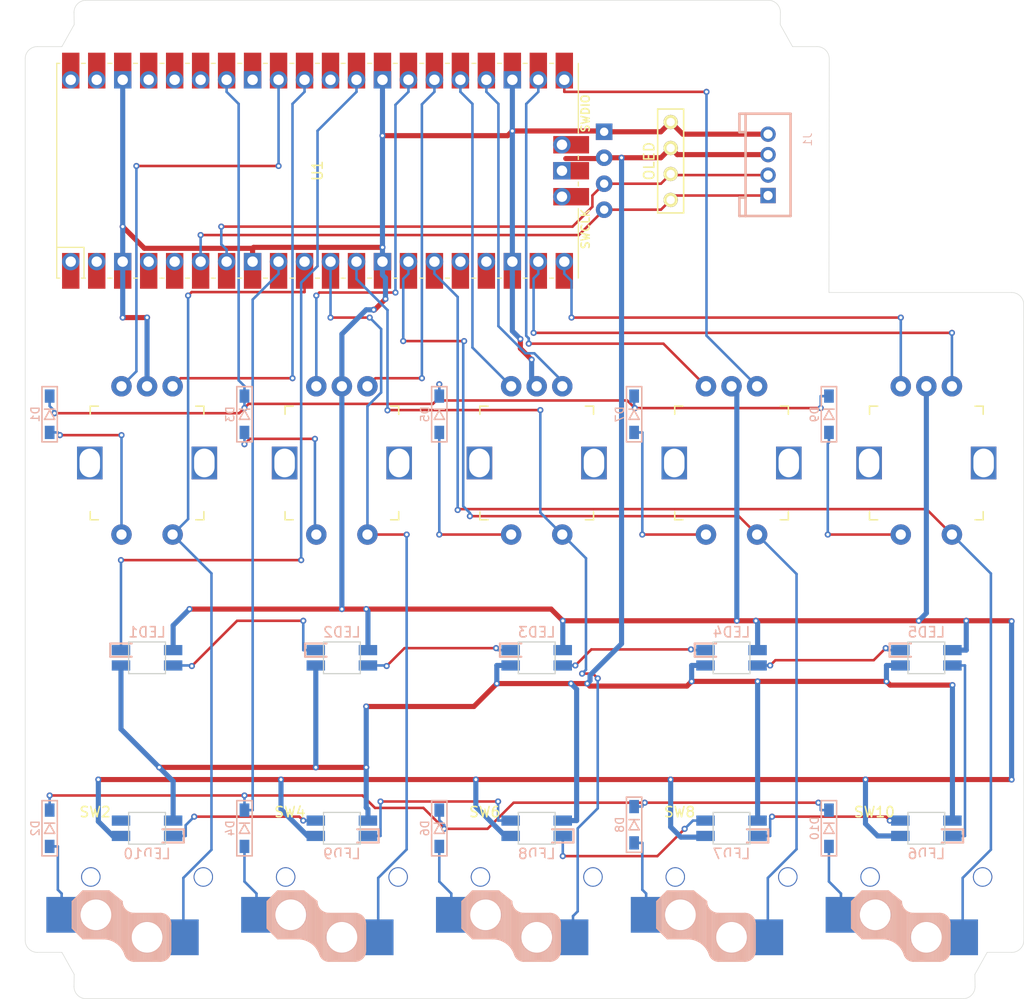
<source format=kicad_pcb>
(kicad_pcb (version 20240108) (generator "pcbnew") (generator_version "8.0")
  (layers (0 "F.Cu" signal) (31 "B.Cu" signal) (34 "B.Paste" user) (35 "F.Paste" user) (36 "B.SilkS" user "B.Silkscreen") (37 "F.SilkS" user "F.Silkscreen") (38 "B.Mask" user) (39 "F.Mask" user) (44 "Edge.Cuts" user))
  (net 0 "")
  (net 1 "Net-(D1-A)")
  (net 2 "Row0")
  (net 3 "Net-(D2-A)")
  (net 4 "Row1")
  (net 6 "Net-(D3-A)")
  (net 7 "Net-(D4-A)")
  (net 8 "Net-(D5-A)")
  (net 9 "Net-(D6-A)")
  (net 10 "Net-(D7-A)")
  (net 11 "Net-(D8-A)")
  (net 12 "Net-(D9-A)")
  (net 13 "SCL")
  (net 14 "GND")
  (net 15 "SDA")
  (net 16 "VCC")
  (net 17 "Col0")
  (net 18 "Col1")
  (net 19 "Col2")
  (net 20 "Col3")
  (net 23 "LED")
  (net 24 "Col4")
  (net 43 "Net-(LED1-DOUT)")
  (net 46 "RE1_B")
  (net 47 "RE1_A")
  (net 48 "RE2_A")
  (net 49 "RE2_B")
  (net 50 "RE3_A")
  (net 51 "RE3_B")
  (net 52 "RE4_A")
  (net 53 "RE4_B")
  (net 54 "RE5_A")
  (net 55 "RE5_B")
  (net 56 "Net-(D10-A)")
  (net 57 "Net-(LED2-DOUT)")
  (net 58 "Net-(LED3-DOUT)")
  (net 59 "Net-(LED4-DOUT)")
  (net 60 "Net-(LED5-DOUT)")
  (net 61 "Net-(LED6-DOUT)")
  (net 62 "Net-(LED7-DOUT)")
  (net 63 "Net-(LED8-DOUT)")
  (net 64 "Net-(LED10-DIN)")
  (footprint "kbd_SW:Choc_Hotswap_1u" (layer "F.Cu") (at 73.8188 102.3937)
    (property "Reference" "SW4")
    (property "Value" "SW_Push" (hide yes))
  )
  (footprint "kbd_Parts:Diode_SMD" (layer "F.Cu") (at 102.3938 97.2849 -90)
    (property "Reference" "D8")
    (property "Value" "D" (hide yes))
  )
  (footprint "kbd_SW:Choc_Hotswap_1u" (layer "F.Cu") (at 92.8688 102.3937)
    (property "Reference" "SW6")
    (property "Value" "SW_Push" (hide yes))
  )
  (footprint "kbd_SW:Choc_Hotswap_1u" (layer "F.Cu") (at 130.9688 102.3937)
    (property "Reference" "SW10")
    (property "Value" "SW_Push" (hide yes))
  )
  (footprint "kbd_Parts:RotaryEncoder_EC12E" (layer "F.Cu") (at 92.8688 61.9125 -90)
    (property "Reference" "SW5")
    (property "Value" "RotaryEncoder_Switch")
  )
  (footprint "kbd_Parts:RotaryEncoder_EC12E" (layer "F.Cu") (at 73.8188 61.9125 -90)
    (property "Reference" "SW3")
    (property "Value" "RotaryEncoder_Switch")
  )
  (footprint "kbd_Parts:Diode_SMD" (layer "F.Cu") (at 64.2938 97.6312 -90)
    (property "Reference" "D4")
    (property "Value" "D" (hide yes))
  )
  (footprint "kbd_Parts:Diode_SMD" (layer "F.Cu") (at 83.3438 97.6312 -90)
    (property "Reference" "D6")
    (property "Value" "D" (hide yes))
  )
  (footprint "kbd_SW:Choc_Hotswap_1u" (layer "F.Cu") (at 54.7688 102.3937)
    (property "Reference" "SW2")
    (property "Value" "SW_Push" (hide yes))
  )
  (footprint "kbd_Parts:OLED" (layer "F.Cu") (at 105.9656 36.195 90)
    (property "Reference" "OL2")
    (property "Value" "OLED" (hide yes))
  )
  (footprint "kbd_SW:Choc_Hotswap_1u" (layer "F.Cu") (at 111.9188 102.3937)
    (property "Reference" "SW8")
    (property "Value" "SW_Push" (hide yes))
  )
  (footprint "kbd_Parts:Diode_SMD" (layer "F.Cu") (at 121.4438 97.6312 -90)
    (property "Reference" "D10")
    (property "Value" "D" (hide yes))
  )
  (footprint "RPi_Pico:RPi_Pico_SMD_TH" (layer "F.Cu") (at 71.4375 33.3375 90)
    (property "Reference" "U1")
    (property "Value" "Pico")
  )
  (footprint "BrownSugar_KBD:OLED_center_display" (layer "F.Cu") (at 80.9625 33.3375 90)
    (property "Reference" "OL1")
    (property "Value" "OLED" (hide yes))
  )
  (footprint "kbd_Parts:RotaryEncoder_EC12E" (layer "F.Cu") (at 130.9688 61.9125 -90)
    (property "Reference" "SW9")
    (property "Value" "RotaryEncoder_Switch")
  )
  (footprint "kbd_Parts:Diode_SMD" (layer "F.Cu") (at 121.4438 57.15 -90)
    (property "Reference" "D9")
    (property "Value" "D" (hide yes))
  )
  (footprint "kbd_Parts:Diode_SMD" (layer "F.Cu") (at 64.2938 57.15 -90)
    (property "Reference" "D3")
    (property "Value" "D" (hide yes))
  )
  (footprint "kbd_Parts:Diode_SMD" (layer "F.Cu") (at 45.2438 97.6312 -90)
    (property "Reference" "D2")
    (property "Value" "D" (hide yes))
  )
  (footprint "kbd_Parts:Diode_SMD" (layer "F.Cu") (at 102.3938 57.15 -90)
    (property "Reference" "D7")
    (property "Value" "D" (hide yes))
  )
  (footprint "kbd_Parts:Diode_SMD" (layer "F.Cu") (at 45.2438 57.15 -90)
    (property "Reference" "D1")
    (property "Value" "D" (hide yes))
  )
  (footprint "kbd_Parts:Diode_SMD" (layer "F.Cu") (at 83.3438 57.15 -90)
    (property "Reference" "D5")
    (property "Value" "D" (hide yes))
  )
  (footprint "kbd_Parts:RotaryEncoder_EC12E" (layer "F.Cu") (at 54.7688 61.9125 -90)
    (property "Reference" "SW1")
    (property "Value" "RotaryEncoder_Switch")
  )
  (footprint "kbd_Parts:RotaryEncoder_EC12E" (layer "F.Cu") (at 111.9188 61.9125 -90)
    (property "Reference" "SW7")
    (property "Value" "RotaryEncoder_Switch")
  )
  (footprint "BrownSugar_KBD:RGBLED_SK6812MINI-E" (layer "B.Cu") (at 111.9188 97.6312)
    (property "Reference" "LED7")
    (property "Value" "LED_SK6812MINI-E" (hide yes))
    (fp_line (start -1.8 -1.55) (end -1.8 1.55) (stroke (width 0.12)) (layer "Edge.Cuts"))
    (fp_line (start -1.8 1.55) (end 1.8 1.55) (stroke (width 0.12)) (layer "Edge.Cuts"))
    (fp_line (start 1.8 -1.55) (end -1.8 -1.55) (stroke (width 0.12)) (layer "Edge.Cuts"))
    (fp_line (start 1.8 1.55) (end 1.8 -1.55) (stroke (width 0.12)) (layer "Edge.Cuts"))
  )
  (footprint "BrownSugar_KBD:RGBLED_SK6812MINI-E" (layer "B.Cu") (at 92.8688 97.6312)
    (property "Reference" "LED8")
    (property "Value" "LED_SK6812MINI-E" (hide yes))
    (fp_line (start -1.8 -1.55) (end -1.8 1.55) (stroke (width 0.12)) (layer "Edge.Cuts"))
    (fp_line (start -1.8 1.55) (end 1.8 1.55) (stroke (width 0.12)) (layer "Edge.Cuts"))
    (fp_line (start 1.8 -1.55) (end -1.8 -1.55) (stroke (width 0.12)) (layer "Edge.Cuts"))
    (fp_line (start 1.8 1.55) (end 1.8 -1.55) (stroke (width 0.12)) (layer "Edge.Cuts"))
  )
  (footprint "BrownSugar_KBD:RGBLED_SK6812MINI-E" (layer "B.Cu") (at 54.7688 80.9626 180)
    (property "Reference" "LED1")
    (property "Value" "LED_SK6812MINI-E" (hide yes))
    (fp_line (start 1.8 1.55) (end 1.8 -1.55) (stroke (width 0.12)) (layer "Edge.Cuts"))
    (fp_line (start 1.8 -1.55) (end -1.8 -1.55) (stroke (width 0.12)) (layer "Edge.Cuts"))
    (fp_line (start -1.8 1.55) (end 1.8 1.55) (stroke (width 0.12)) (layer "Edge.Cuts"))
    (fp_line (start -1.8 -1.55) (end -1.8 1.55) (stroke (width 0.12)) (layer "Edge.Cuts"))
  )
  (footprint "BrownSugar_KBD:RGBLED_SK6812MINI-E" (layer "B.Cu") (at 130.9688 80.9625 180)
    (property "Reference" "LED5")
    (property "Value" "LED_SK6812MINI-E" (hide yes))
    (fp_line (start 1.8 1.55) (end 1.8 -1.55) (stroke (width 0.12)) (layer "Edge.Cuts"))
    (fp_line (start 1.8 -1.55) (end -1.8 -1.55) (stroke (width 0.12)) (layer "Edge.Cuts"))
    (fp_line (start -1.8 1.55) (end 1.8 1.55) (stroke (width 0.12)) (layer "Edge.Cuts"))
    (fp_line (start -1.8 -1.55) (end -1.8 1.55) (stroke (width 0.12)) (layer "Edge.Cuts"))
  )
  (footprint "BrownSugar_KBD:RGBLED_SK6812MINI-E" (layer "B.Cu") (at 92.8688 80.9625 180)
    (property "Reference" "LED3")
    (property "Value" "LED_SK6812MINI-E" (hide yes))
    (fp_line (start 1.8 1.55) (end 1.8 -1.55) (stroke (width 0.12)) (layer "Edge.Cuts"))
    (fp_line (start 1.8 -1.55) (end -1.8 -1.55) (stroke (width 0.12)) (layer "Edge.Cuts"))
    (fp_line (start -1.8 1.55) (end 1.8 1.55) (stroke (width 0.12)) (layer "Edge.Cuts"))
    (fp_line (start -1.8 -1.55) (end -1.8 1.55) (stroke (width 0.12)) (layer "Edge.Cuts"))
  )
  (footprint "BrownSugar_KBD:RGBLED_SK6812MINI-E" (layer "B.Cu") (at 130.9688 97.6312)
    (property "Reference" "LED6")
    (property "Value" "LED_SK6812MINI-E" (hide yes))
    (fp_line (start -1.8 -1.55) (end -1.8 1.55) (stroke (width 0.12)) (layer "Edge.Cuts"))
    (fp_line (start -1.8 1.55) (end 1.8 1.55) (stroke (width 0.12)) (layer "Edge.Cuts"))
    (fp_line (start 1.8 -1.55) (end -1.8 -1.55) (stroke (width 0.12)) (layer "Edge.Cuts"))
    (fp_line (start 1.8 1.55) (end 1.8 -1.55) (stroke (width 0.12)) (layer "Edge.Cuts"))
  )
  (footprint "BrownSugar_KBD:RGBLED_SK6812MINI-E" (layer "B.Cu") (at 73.8188 97.6312)
    (property "Reference" "LED9")
    (property "Value" "LED_SK6812MINI-E" (hide yes))
    (fp_line (start -1.8 -1.55) (end -1.8 1.55) (stroke (width 0.12)) (layer "Edge.Cuts"))
    (fp_line (start -1.8 1.55) (end 1.8 1.55) (stroke (width 0.12)) (layer "Edge.Cuts"))
    (fp_line (start 1.8 -1.55) (end -1.8 -1.55) (stroke (width 0.12)) (layer "Edge.Cuts"))
    (fp_line (start 1.8 1.55) (end 1.8 -1.55) (stroke (width 0.12)) (layer "Edge.Cuts"))
  )
  (footprint "OPL_Connector:GROVE-HW4-2.0" (layer "B.Cu") (at 115.4906 32.7625 90)
    (property "Reference" "J1")
    (property "Value" "GROVE-CONNECTOR-DIP_4P-2.0_")
  )
  (footprint "BrownSugar_KBD:RGBLED_SK6812MINI-E" (layer "B.Cu") (at 73.8188 80.9626 180)
    (property "Reference" "LED2")
    (property "Value" "LED_SK6812MINI-E" (hide yes))
    (fp_line (start 1.8 1.55) (end 1.8 -1.55) (stroke (width 0.12)) (layer "Edge.Cuts"))
    (fp_line (start 1.8 -1.55) (end -1.8 -1.55) (stroke (width 0.12)) (layer "Edge.Cuts"))
    (fp_line (start -1.8 1.55) (end 1.8 1.55) (stroke (width 0.12)) (layer "Edge.Cuts"))
    (fp_line (start -1.8 -1.55) (end -1.8 1.55) (stroke (width 0.12)) (layer "Edge.Cuts"))
  )
  (footprint "BrownSugar_KBD:RGBLED_SK6812MINI-E" (layer "B.Cu") (at 54.7688 97.6312)
    (property "Reference" "LED10")
    (property "Value" "LED_SK6812MINI-E" (hide yes))
    (fp_line (start -1.8 -1.55) (end -1.8 1.55) (stroke (width 0.12)) (layer "Edge.Cuts"))
    (fp_line (start -1.8 1.55) (end 1.8 1.55) (stroke (width 0.12)) (layer "Edge.Cuts"))
    (fp_line (start 1.8 -1.55) (end -1.8 -1.55) (stroke (width 0.12)) (layer "Edge.Cuts"))
    (fp_line (start 1.8 1.55) (end 1.8 -1.55) (stroke (width 0.12)) (layer "Edge.Cuts"))
  )
  (footprint "BrownSugar_KBD:RGBLED_SK6812MINI-E" (layer "B.Cu") (at 111.9188 80.9625 180)
    (property "Reference" "LED4")
    (property "Value" "LED_SK6812MINI-E" (hide yes))
    (fp_line (start 1.8 1.55) (end 1.8 -1.55) (stroke (width 0.12)) (layer "Edge.Cuts"))
    (fp_line (start 1.8 -1.55) (end -1.8 -1.55) (stroke (width 0.12)) (layer "Edge.Cuts"))
    (fp_line (start -1.8 1.55) (end 1.8 1.55) (stroke (width 0.12)) (layer "Edge.Cuts"))
    (fp_line (start -1.8 -1.55) (end -1.8 1.55) (stroke (width 0.12)) (layer "Edge.Cuts"))
  )
  (gr_arc (start 135.73125 113.109375) (mid 135.382524 113.951274) (end 134.540625 114.3) (stroke (width 0.05)) (layer "Edge.Cuts"))
  (gr_line (start 42.853125 22.390625) (end 42.853125 108.578125) (stroke (width 0.05)) (layer "Edge.Cuts"))
  (gr_line (start 116.7 17.859375) (end 116.68125 19.05) (stroke (width 0.05)) (layer "Edge.Cuts"))
  (gr_line (start 44.04375 21.2) (end 46.44375 21.2) (stroke (width 0.05)) (layer "Edge.Cuts"))
  (gr_arc (start 140.503125 108.578125) (mid 140.154399 109.420024) (end 139.3125 109.76875) (stroke (width 0.05)) (layer "Edge.Cuts"))
  (gr_line (start 135.73125 113.109375) (end 135.7125 111.91875) (stroke (width 0.05)) (layer "Edge.Cuts"))
  (gr_line (start 140.4938 46.434325) (end 140.503125 108.578125) (stroke (width 0.05)) (layer "Edge.Cuts"))
  (gr_line (start 44.04375 109.76875) (end 46.44375 109.76875) (stroke (width 0.05)) (layer "Edge.Cuts"))
  (gr_line (start 47.64375 19.05) (end 47.625 17.859375) (stroke (width 0.05)) (layer "Edge.Cuts"))
  (gr_line (start 136.9125 109.76875) (end 139.3125 109.76875) (stroke (width 0.05)) (layer "Edge.Cuts"))
  (gr_arc (start 48.815625 114.3) (mid 47.973726 113.951274) (end 47.625 113.109375) (stroke (width 0.05)) (layer "Edge.Cuts"))
  (gr_line (start 121.471875 22.390625) (end 121.44375 45.24375) (stroke (width 0.05)) (layer "Edge.Cuts"))
  (gr_arc (start 139.303175 45.2437) (mid 140.145059 45.592441) (end 140.4938 46.434325) (stroke (width 0.05)) (layer "Edge.Cuts"))
  (gr_line (start 47.64375 111.91875) (end 47.625 113.109375) (stroke (width 0.05)) (layer "Edge.Cuts"))
  (gr_line (start 115.509375 16.66875) (end 48.815625 16.66875) (stroke (width 0.05)) (layer "Edge.Cuts"))
  (gr_line (start 117.88125 21.2) (end 120.28125 21.2) (stroke (width 0.05)) (layer "Edge.Cuts"))
  (gr_arc (start 47.625 17.859375) (mid 47.973726 17.017476) (end 48.815625 16.66875) (stroke (width 0.05)) (layer "Edge.Cuts"))
  (gr_line (start 48.815625 114.3) (end 134.540625 114.3) (stroke (width 0.05)) (layer "Edge.Cuts"))
  (gr_arc (start 44.04375 109.76875) (mid 43.201851 109.420024) (end 42.853125 108.578125) (stroke (width 0.05)) (layer "Edge.Cuts"))
  (gr_arc (start 115.509375 16.66875) (mid 116.351267 17.017483) (end 116.7 17.859375) (stroke (width 0.05)) (layer "Edge.Cuts"))
  (gr_arc (start 120.28125 21.2) (mid 121.12314 21.548728) (end 121.471875 22.390625) (stroke (width 0.05)) (layer "Edge.Cuts"))
  (gr_line (start 46.44375 21.2) (end 47.64375 19.05) (stroke (width 0.05)) (layer "Edge.Cuts"))
  (gr_line (start 121.44375 45.24375) (end 139.30315 45.243775) (stroke (width 0.05)) (layer "Edge.Cuts"))
  (gr_line (start 135.7125 111.91875) (end 136.9125 109.76875) (stroke (width 0.05)) (layer "Edge.Cuts"))
  (gr_line (start 116.68125 19.05) (end 117.88125 21.2) (stroke (width 0.05)) (layer "Edge.Cuts"))
  (gr_line (start 46.44375 109.76875) (end 47.64375 111.91875) (stroke (width 0.05)) (layer "Edge.Cuts"))
  (gr_arc (start 42.853125 22.390625) (mid 43.201851 21.548726) (end 44.04375 21.2) (stroke (width 0.05)) (layer "Edge.Cuts"))
  (segment (start 46.2506 59.1925) (end 52.2688 59.1925) (width 0.25) (layer "F.Cu") (net 1))
  (via (at 52.2688 59.1925) (size 0.6) (drill 0.3) (layers "F.Cu" "B.Cu") (net 1))
  (via (at 46.2506 59.1925) (size 0.6) (drill 0.3) (layers "F.Cu" "B.Cu") (net 1))
  (segment (start 46.0455 58.9874) (end 46.0455 58.925) (width 0.25) (layer "B.Cu") (net 1))
  (segment (start 52.2688 68.9125) (end 52.2688 59.1925) (width 0.25) (layer "B.Cu") (net 1))
  (segment (start 46.2506 59.1925) (end 46.0455 58.9874) (width 0.25) (layer "B.Cu") (net 1))
  (segment (start 45.2438 58.925) (end 46.0455 58.925) (width 0.25) (layer "B.Cu") (net 1))
  (segment (start 83.3438 55.5125) (end 83.6336 55.8023) (width 0.25) (layer "F.Cu") (net 2))
  (segment (start 83.3438 55.5125) (end 83.3438 54.2171) (width 0.25) (layer "F.Cu") (net 2))
  (segment (start 63.7841 57.0488) (end 64.2938 56.5391) (width 0.25) (layer "F.Cu") (net 2))
  (segment (start 83.3438 55.5125) (end 82.7209 56.1354) (width 0.25) (layer "F.Cu") (net 2))
  (segment (start 102.463 56.5474) (end 120.6421 56.5474) (width 0.25) (layer "F.Cu") (net 2))
  (segment (start 64.6975 56.1354) (end 64.2938 56.5391) (width 0.25) (layer "F.Cu") (net 2))
  (segment (start 45.7186 57.0488) (end 63.7841 57.0488) (width 0.25) (layer "F.Cu") (net 2))
  (segment (start 83.6336 55.8023) (end 101.7179 55.8023) (width 0.25) (layer "F.Cu") (net 2))
  (segment (start 82.7209 56.1354) (end 64.6975 56.1354) (width 0.25) (layer "F.Cu") (net 2))
  (segment (start 101.7179 55.8023) (end 102.463 56.5474) (width 0.25) (layer "F.Cu") (net 2))
  (via (at 120.6421 56.5474) (size 0.6) (drill 0.3) (layers "F.Cu" "B.Cu") (net 2))
  (via (at 83.3438 54.2171) (size 0.6) (drill 0.3) (layers "F.Cu" "B.Cu") (net 2))
  (via (at 102.463 56.5474) (size 0.6) (drill 0.3) (layers "F.Cu" "B.Cu") (net 2))
  (via (at 64.2938 56.5391) (size 0.6) (drill 0.3) (layers "F.Cu" "B.Cu") (net 2))
  (via (at 45.7186 57.0488) (size 0.6) (drill 0.3) (layers "F.Cu" "B.Cu") (net 2))
  (segment (start 62.5475 25.6242) (end 63.7242 26.8009) (width 0.25) (layer "B.Cu") (net 2))
  (segment (start 102.463 56.4209) (end 102.463 56.5474) (width 0.25) (layer "B.Cu") (net 2))
  (segment (start 62.5475 24.4475) (end 62.5475 25.6242) (width 0.25) (layer "B.Cu") (net 2))
  (segment (start 83.3438 54.3983) (end 83.3438 54.2171) (width 0.25) (layer "B.Cu") (net 2))
  (segment (start 45.7186 56.8265) (end 45.7186 57.0488) (width 0.25) (layer "B.Cu") (net 2))
  (segment (start 120.6421 55.375) (end 120.6421 56.5474) (width 0.25) (layer "B.Cu") (net 2))
  (segment (start 64.2938 55.375) (end 64.2938 54.3983) (width 0.25) (layer "B.Cu") (net 2))
  (segment (start 102.3938 55.375) (end 102.3938 56.3517) (width 0.25) (layer "B.Cu") (net 2))
  (segment (start 45.2438 55.375) (end 45.2438 56.3517) (width 0.25) (layer "B.Cu") (net 2))
  (segment (start 121.4438 55.375) (end 120.6421 55.375) (width 0.25) (layer "B.Cu") (net 2))
  (segment (start 64.2938 56.5391) (end 64.2938 55.375) (width 0.25) (layer "B.Cu") (net 2))
  (segment (start 83.3438 55.375) (end 83.3438 54.3983) (width 0.25) (layer "B.Cu") (net 2))
  (segment (start 45.2438 56.3517) (end 45.7186 56.8265) (width 0.25) (layer "B.Cu") (net 2))
  (segment (start 102.3938 56.3517) (end 102.463 56.4209) (width 0.25) (layer "B.Cu") (net 2))
  (segment (start 63.7242 26.8009) (end 63.7242 53.8287) (width 0.25) (layer "B.Cu") (net 2))
  (segment (start 63.7242 53.8287) (end 64.2938 54.3983) (width 0.25) (layer "B.Cu") (net 2))
  (segment (start 46.0455 99.4062) (end 46.0455 103.6437) (width 0.25) (layer "B.Cu") (net 3))
  (segment (start 46.0455 103.6437) (end 46.4188 104.017) (width 0.25) (layer "B.Cu") (net 3))
  (segment (start 45.2438 99.4062) (end 46.0455 99.4062) (width 0.25) (layer "B.Cu") (net 3))
  (segment (start 46.4188 106.0937) (end 46.4188 104.017) (width 0.25) (layer "B.Cu") (net 3))
  (segment (start 103.4329 95.1301) (end 120.4086 95.1301) (width 0.25) (layer "F.Cu") (net 4))
  (segment (start 64.2938 94.427) (end 75.8378 94.427) (width 0.25) (layer "F.Cu") (net 4))
  (segment (start 75.8378 94.427) (end 77.0542 95.6434) (width 0.25) (layer "F.Cu") (net 4))
  (segment (start 81.7899 95.6434) (end 83.8308 97.6843) (width 0.25) (layer "F.Cu") (net 4))
  (segment (start 88.0608 97.6843) (end 90.615 95.1301) (width 0.25) (layer "F.Cu") (net 4))
  (segment (start 45.2438 94.427) (end 64.2938 94.427) (width 0.25) (layer "F.Cu") (net 4))
  (segment (start 77.0542 95.6434) (end 81.7899 95.6434) (width 0.25) (layer "F.Cu") (net 4))
  (segment (start 90.615 95.1301) (end 103.4329 95.1301) (width 0.25) (layer "F.Cu") (net 4))
  (segment (start 83.8308 97.6843) (end 88.0608 97.6843) (width 0.25) (layer "F.Cu") (net 4))
  (via (at 64.2938 94.427) (size 0.6) (drill 0.3) (layers "F.Cu" "B.Cu") (net 4))
  (via (at 103.4329 95.1301) (size 0.6) (drill 0.3) (layers "F.Cu" "B.Cu") (net 4))
  (via (at 83.8308 97.6843) (size 0.6) (drill 0.3) (layers "F.Cu" "B.Cu") (net 4))
  (via (at 45.2438 94.427) (size 0.6) (drill 0.3) (layers "F.Cu" "B.Cu") (net 4))
  (via (at 120.4086 95.1301) (size 0.6) (drill 0.3) (layers "F.Cu" "B.Cu") (net 4))
  (segment (start 64.2938 95.8562) (end 65.0955 95.8562) (width 0.25) (layer "B.Cu") (net 4))
  (segment (start 64.2938 95.8562) (end 64.2938 94.427) (width 0.25) (layer "B.Cu") (net 4))
  (segment (start 83.3438 95.8562) (end 83.3438 96.8329) (width 0.25) (layer "B.Cu") (net 4))
  (segment (start 83.8308 97.3199) (end 83.8308 97.6843) (width 0.25) (layer "B.Cu") (net 4))
  (segment (start 120.6421 95.3636) (end 120.4086 95.1301) (width 0.25) (layer "B.Cu") (net 4))
  (segment (start 45.2438 95.8562) (end 45.2438 94.427) (width 0.25) (layer "B.Cu") (net 4))
  (segment (start 121.4438 95.8562) (end 120.6421 95.8562) (width 0.25) (layer "B.Cu") (net 4))
  (segment (start 103.4329 95.1301) (end 103.1955 95.3675) (width 0.25) (layer "B.Cu") (net 4))
  (segment (start 83.3438 96.8329) (end 83.8308 97.3199) (width 0.25) (layer "B.Cu") (net 4))
  (segment (start 103.1955 95.3675) (end 103.1955 95.5099) (width 0.25) (layer "B.Cu") (net 4))
  (segment (start 67.6275 42.2275) (end 67.6275 43.4042) (width 0.25) (layer "B.Cu") (net 4))
  (segment (start 102.3938 95.5099) (end 103.1955 95.5099) (width 0.25) (layer "B.Cu") (net 4))
  (segment (start 120.6421 95.8562) (end 120.6421 95.3636) (width 0.25) (layer "B.Cu") (net 4))
  (segment (start 67.6275 43.4042) (end 65.0955 45.9362) (width 0.25) (layer "B.Cu") (net 4))
  (segment (start 65.0955 45.9362) (end 65.0955 95.8562) (width 0.25) (layer "B.Cu") (net 4))
  (segment (start 71.1834 59.5549) (end 64.8172 59.5549) (width 0.25) (layer "F.Cu") (net 6))
  (segment (start 64.8172 59.5549) (end 64.2938 60.0783) (width 0.25) (layer "F.Cu") (net 6))
  (via (at 64.2938 60.0783) (size 0.6) (drill 0.3) (layers "F.Cu" "B.Cu") (net 6))
  (via (at 71.1834 59.5549) (size 0.6) (drill 0.3) (layers "F.Cu" "B.Cu") (net 6))
  (segment (start 64.2938 60.0783) (end 64.2938 58.925) (width 0.25) (layer "B.Cu") (net 6))
  (segment (start 71.3188 68.9125) (end 71.1834 68.7771) (width 0.25) (layer "B.Cu") (net 6))
  (segment (start 71.1834 68.7771) (end 71.1834 59.5549) (width 0.25) (layer "B.Cu") (net 6))
  (segment (start 64.2938 99.4062) (end 64.2938 102.842) (width 0.25) (layer "B.Cu") (net 7))
  (segment (start 65.4688 106.0937) (end 65.4688 104.017) (width 0.25) (layer "B.Cu") (net 7))
  (segment (start 64.2938 102.842) (end 65.4688 104.017) (width 0.25) (layer "B.Cu") (net 7))
  (segment (start 90.3688 68.9125) (end 83.3438 68.9125) (width 0.25) (layer "F.Cu") (net 8))
  (via (at 83.3438 68.9125) (size 0.6) (drill 0.3) (layers "F.Cu" "B.Cu") (net 8))
  (segment (start 83.3438 58.925) (end 83.3438 68.9125) (width 0.25) (layer "B.Cu") (net 8))
  (segment (start 83.3438 99.4062) (end 83.3438 102.842) (width 0.25) (layer "B.Cu") (net 9))
  (segment (start 83.3438 102.842) (end 84.5188 104.017) (width 0.25) (layer "B.Cu") (net 9))
  (segment (start 84.5188 106.0937) (end 84.5188 104.017) (width 0.25) (layer "B.Cu") (net 9))
  (segment (start 109.4188 68.9125) (end 103.1955 68.9125) (width 0.25) (layer "F.Cu") (net 10))
  (via (at 103.1955 68.9125) (size 0.6) (drill 0.3) (layers "F.Cu" "B.Cu") (net 10))
  (segment (start 103.1955 58.925) (end 103.1955 68.9125) (width 0.25) (layer "B.Cu") (net 10))
  (segment (start 102.3938 58.925) (end 103.1955 58.925) (width 0.25) (layer "B.Cu") (net 10))
  (segment (start 102.3938 99.0599) (end 103.1955 99.0599) (width 0.25) (layer "B.Cu") (net 11))
  (segment (start 103.1955 103.6437) (end 103.5688 104.017) (width 0.25) (layer "B.Cu") (net 11))
  (segment (start 103.1955 99.0599) (end 103.1955 103.6437) (width 0.25) (layer "B.Cu") (net 11))
  (segment (start 103.5688 106.0937) (end 103.5688 104.017) (width 0.25) (layer "B.Cu") (net 11))
  (segment (start 128.4688 68.9125) (end 121.3309 68.9125) (width 0.25) (layer "F.Cu") (net 12))
  (via (at 121.3309 68.9125) (size 0.6) (drill 0.3) (layers "F.Cu" "B.Cu") (net 12))
  (segment (start 121.4438 59.9017) (end 121.3309 60.0146) (width 0.25) (layer "B.Cu") (net 12))
  (segment (start 121.3309 60.0146) (end 121.3309 68.9125) (width 0.25) (layer "B.Cu") (net 12))
  (segment (start 121.4438 58.925) (end 121.4438 59.9017) (width 0.25) (layer "B.Cu") (net 12))
  (segment (start 96.3744 38.8027) (end 62.0269 38.8027) (width 0.25) (layer "F.Cu") (net 13))
  (segment (start 98.3142 36.8629) (end 96.3744 38.8027) (width 0.25) (layer "F.Cu") (net 13))
  (segment (start 106.0731 33.7625) (end 105.9656 33.655) (width 0.25) (layer "F.Cu") (net 13))
  (segment (start 115.4906 33.7625) (end 106.0731 33.7625) (width 0.25) (layer "F.Cu") (net 13))
  (segment (start 105.0131 34.6075) (end 105.9656 33.655) (width 0.25) (layer "F.Cu") (net 13))
  (segment (start 99.4625 34.6075) (end 98.3142 35.7558) (width 0.25) (layer "F.Cu") (net 13))
  (segment (start 98.3142 35.7558) (end 98.3142 36.8629) (width 0.25) (layer "F.Cu") (net 13))
  (segment (start 99.4625 34.6075) (end 105.0131 34.6075) (width 0.25) (layer "F.Cu") (net 13))
  (via (at 62.0269 38.8027) (size 0.6) (drill 0.3) (layers "F.Cu" "B.Cu") (net 13))
  (segment (start 62.0269 40.5302) (end 62.0269 38.8027) (width 0.25) (layer "B.Cu") (net 13))
  (segment (start 62.5475 42.2275) (end 62.5475 41.0508) (width 0.25) (layer "B.Cu") (net 13))
  (segment (start 62.5475 41.0508) (end 62.0269 40.5302) (width 0.25) (layer "B.Cu") (net 13))
  (segment (start 65.1836 40.8312) (end 77.7875 40.8312) (width 0.5) (layer "F.Cu") (net 14))
  (segment (start 115.4906 29.7625) (end 107.1531 29.7625) (width 0.5) (layer "F.Cu") (net 14))
  (segment (start 77.7875 29.9089) (end 90.028 29.9089) (width 0.5) (layer "F.Cu") (net 14))
  (segment (start 91.2707 50.7116) (end 91.2707 49.7932) (width 0.5) (layer "F.Cu") (net 14))
  (segment (start 65.0875 40.9258) (end 54.5106 40.9258) (width 0.5) (layer "F.Cu") (net 14))
  (segment (start 90.028 29.9089) (end 90.4875 29.4494) (width 0.5) (layer "F.Cu") (net 14))
  (segment (start 76.2 76.2) (end 73.81875 76.2) (width 0.5) (layer "F.Cu") (net 14))
  (segment (start 107.1531 29.7625) (end 105.9656 28.575) (width 0.5) (layer "F.Cu") (net 14))
  (segment (start 105.0131 29.5275) (end 105.9656 28.575) (width 0.5) (layer "F.Cu") (net 14))
  (segment (start 78.0811 45.8746) (end 77.0222 46.9335) (width 0.5) (layer "F.Cu") (net 14))
  (segment (start 58.9218 76.2) (end 73.81875 76.2) (width 0.5) (layer "F.Cu") (net 14))
  (segment (start 77.0222 46.9335) (end 76.9276 46.9335) (width 0.5) (layer "F.Cu") (net 14))
  (segment (start 94.2763 76.2) (end 95.4188 77.3425) (width 0.5) (layer "F.Cu") (net 14))
  (segment (start 130.2265 77.3425) (end 139.303125 77.3425) (width 0.5) (layer "F.Cu") (net 14))
  (segment (start 114.3 77.3425) (end 130.2265 77.3425) (width 0.5) (layer "F.Cu") (net 14))
  (segment (start 99.3844 29.4494) (end 90.4875 29.4494) (width 0.5) (layer "F.Cu") (net 14))
  (segment (start 65.0875 41.1016) (end 65.0875 40.9273) (width 0.5) (layer "F.Cu") (net 14))
  (segment (start 52.3875 47.6965) (end 54.7688 47.6965) (width 0.5) (layer "F.Cu") (net 14))
  (segment (start 139.303125 92.86875) (end 50.00625 92.86875) (width 0.5) (layer "F.Cu") (net 14))
  (segment (start 95.4188 77.3425) (end 112.4353 77.3425) (width 0.5) (layer "F.Cu") (net 14))
  (segment (start 99.4625 29.5275) (end 99.3844 29.4494) (width 0.5) (layer "F.Cu") (net 14))
  (segment (start 114.3 77.3425) (end 112.4353 77.3425) (width 0.5) (layer "F.Cu") (net 14))
  (segment (start 99.4625 29.5275) (end 105.0131 29.5275) (width 0.5) (layer "F.Cu") (net 14))
  (segment (start 76.2 76.2) (end 94.2763 76.2) (width 0.5) (layer "F.Cu") (net 14))
  (segment (start 65.0875 40.9273) (end 65.0875 40.9258) (width 0.5) (layer "F.Cu") (net 14))
  (segment (start 65.0875 40.9273) (end 65.1836 40.8312) (width 0.5) (layer "F.Cu") (net 14))
  (segment (start 92.3718 51.8127) (end 91.2707 50.7116) (width 0.5) (layer "F.Cu") (net 14))
  (segment (start 65.0875 42.2275) (end 65.0875 41.1016) (width 0.5) (layer "F.Cu") (net 14))
  (segment (start 54.5106 40.9258) (end 52.3875 38.8027) (width 0.5) (layer "F.Cu") (net 14))
  (via (at 58.9218 76.2) (size 0.6) (drill 0.3) (layers "F.Cu" "B.Cu") (net 14))
  (via (at 76.9276 46.9335) (size 0.6) (drill 0.3) (layers "F.Cu" "B.Cu") (net 14))
  (via (at 78.0811 45.8746) (size 0.6) (drill 0.3) (layers "F.Cu" "B.Cu") (net 14))
  (via (at 125.015625 92.86875) (size 0.6) (drill 0.3) (layers "F.Cu" "B.Cu") (net 14))
  (via (at 114.3 77.3425) (size 0.6) (drill 0.3) (layers "F.Cu" "B.Cu") (net 14))
  (via (at 95.4188 77.3425) (size 0.6) (drill 0.3) (layers "F.Cu" "B.Cu") (net 14))
  (via (at 52.3875 38.8027) (size 0.6) (drill 0.3) (layers "F.Cu" "B.Cu") (net 14))
  (via (at 77.7875 40.8312) (size 0.6) (drill 0.3) (layers "F.Cu" "B.Cu") (net 14))
  (via (at 130.2265 77.3425) (size 0.6) (drill 0.3) (layers "F.Cu" "B.Cu") (net 14))
  (via (at 77.7875 29.9089) (size 0.6) (drill 0.3) (layers "F.Cu" "B.Cu") (net 14))
  (via (at 67.865625 92.86875) (size 0.6) (drill 0.3) (layers "F.Cu" "B.Cu") (net 14))
  (via (at 76.2 76.2) (size 0.6) (drill 0.3) (layers "F.Cu" "B.Cu") (net 14))
  (via (at 134.8705 77.3425) (size 0.6) (drill 0.3) (layers "F.Cu" "B.Cu") (net 14))
  (via (at 92.3718 51.8127) (size 0.6) (drill 0.3) (layers "F.Cu" "B.Cu") (net 14))
  (via (at 91.2707 49.7932) (size 0.6) (drill 0.3) (layers "F.Cu" "B.Cu") (net 14))
  (via (at 50.00625 92.86875) (size 0.6) (drill 0.3) (layers "F.Cu" "B.Cu") (net 14))
  (via (at 105.965625 92.86875) (size 0.6) (drill 0.3) (layers "F.Cu" "B.Cu") (net 14))
  (via (at 73.81875 76.2) (size 0.6) (drill 0.3) (layers "F.Cu" "B.Cu") (net 14))
  (via (at 54.7688 47.6965) (size 0.6) (drill 0.3) (layers "F.Cu" "B.Cu") (net 14))
  (via (at 139.303125 77.390625) (size 0.6) (drill 0.3) (layers "F.Cu" "B.Cu") (net 14))
  (via (at 90.4875 29.4494) (size 0.6) (drill 0.3) (layers "F.Cu" "B.Cu") (net 14))
  (via (at 139.303125 92.86875) (size 0.6) (drill 0.3) (layers "F.Cu" "B.Cu") (net 14))
  (via (at 112.4353 77.3425) (size 0.6) (drill 0.3) (layers "F.Cu" "B.Cu") (net 14))
  (via (at 52.3875 47.6965) (size 0.6) (drill 0.3) (layers "F.Cu" "B.Cu") (net 14))
  (via (at 86.915625 92.86875) (size 0.6) (drill 0.3) (layers "F.Cu" "B.Cu") (net 14))
  (segment (start 57.3188 77.803) (end 57.3188 80.2126) (width 0.5) (layer "B.Cu") (net 14))
  (segment (start 73.81875 76.2) (end 73.8188 76.19995) (width 0.5) (layer "B.Cu") (net 14))
  (segment (start 92.8688 54.4125) (end 92.3718 53.9155) (width 0.5) (layer "B.Cu") (net 14))
  (segment (start 76.2 76.2) (end 76.3688 76.3688) (width 0.5) (layer "B.Cu") (net 14))
  (segment (start 50.00625 92.86875) (end 50.00625 96.96865) (width 0.5) (layer "B.Cu") (net 14))
  (segment (start 90.4875 42.2275) (end 90.4875 43.5292) (width 0.5) (layer "B.Cu") (net 14))
  (segment (start 52.3875 42.2275) (end 52.3875 38.8027) (width 0.5) (layer "B.Cu") (net 14))
  (segment (start 86.915625 95.517898) (end 86.915625 92.86875) (width 0.5) (layer "B.Cu") (net 14))
  (segment (start 71.2688 98.3812) (end 70.4688 98.3812) (width 0.5) (layer "B.Cu") (net 14))
  (segment (start 73.8188 76.19995) (end 73.8188 54.4125) (width 0.5) (layer "B.Cu") (net 14))
  (segment (start 78.0811 45.8746) (end 78.0811 43.8228) (width 0.5) (layer "B.Cu") (net 14))
  (segment (start 106.963489 98.49915) (end 105.965625 97.501286) (width 0.5) (layer "B.Cu") (net 14))
  (segment (start 109.3688 98.3812) (end 109.25085 98.49915) (width 0.5) (layer "B.Cu") (net 14))
  (segment (start 114.3 77.3425) (end 114.4688 77.5113) (width 0.5) (layer "B.Cu") (net 14))
  (segment (start 139.303125 92.86875) (end 139.303125 77.390625) (width 0.5) (layer "B.Cu") (net 14))
  (segment (start 95.4188 80.2125) (end 95.4188 77.3425) (width 0.5) (layer "B.Cu") (net 14))
  (segment (start 134.8705 80.2125) (end 134.8705 77.3425) (width 0.5) (layer "B.Cu") (net 14))
  (segment (start 112.4353 54.929) (end 112.4353 77.3425) (width 0.5) (layer "B.Cu") (net 14))
  (segment (start 77.7875 24.4475) (end 77.7875 29.9089) (width 0.5) (layer "B.Cu") (net 14))
  (segment (start 58.9218 76.2) (end 57.3188 77.803) (width 0.5) (layer "B.Cu") (net 14))
  (segment (start 52.3875 24.4475) (end 52.3875 38.8027) (width 0.5) (layer "B.Cu") (net 14))
  (segment (start 89.778927 98.3812) (end 86.915625 95.517898) (width 0.5) (layer "B.Cu") (net 14))
  (segment (start 76.1948 46.9335) (end 76.9276 46.9335) (width 0.5) (layer "B.Cu") (net 14))
  (segment (start 73.8188 49.3095) (end 76.1948 46.9335) (width 0.5) (layer "B.Cu") (net 14))
  (segment (start 114.4688 77.5113) (end 114.4688 80.2125) (width 0.5) (layer "B.Cu") (net 14))
  (segment (start 90.4875 49.01) (end 90.4875 43.5292) (width 0.5) (layer "B.Cu") (net 14))
  (segment (start 126.205582 98.3812) (end 125.015625 97.191243) (width 0.5) (layer "B.Cu") (net 14))
  (segment (start 90.3188 98.3812) (end 89.778927 98.3812) (width 0.5) (layer "B.Cu") (net 14))
  (segment (start 70.4688 98.3812) (end 67.865625 95.778025) (width 0.5) (layer "B.Cu") (net 14))
  (segment (start 67.865625 95.778025) (end 67.865625 92.86875) (width 0.5) (layer "B.Cu") (net 14))
  (segment (start 77.7875 40.8312) (end 77.7875 42.2275) (width 0.5) (layer "B.Cu") (net 14))
  (segment (start 133.5188 80.2125) (end 134.8705 80.2125) (width 0.5) (layer "B.Cu") (net 14))
  (segment (start 50.00625 96.96865) (end 51.4188 98.3812) (width 0.5) (layer "B.Cu") (net 14))
  (segment (start 130.9688 76.6002) (end 130.2265 77.3425) (width 0.5) (layer "B.Cu") (net 14))
  (segment (start 78.0811 43.8228) (end 77.7875 43.5292) (width 0.5) (layer "B.Cu") (net 14))
  (segment (start 92.3718 53.9155) (end 92.3718 51.8127) (width 0.5) (layer "B.Cu") (net 14))
  (segment (start 90.4875 29.4494) (end 90.4875 42.2275) (width 0.5) (layer "B.Cu") (net 14))
  (segment (start 77.7875 42.2275) (end 77.7875 43.5292) (width 0.5) (layer "B.Cu") (net 14))
  (segment (start 73.8188 54.4125) (end 73.8188 49.3095) (width 0.5) (layer "B.Cu") (net 14))
  (segment (start 109.25085 98.49915) (end 106.963489 98.49915) (width 0.5) (layer "B.Cu") (net 14))
  (segment (start 77.7875 29.9089) (end 77.7875 40.8312) (width 0.5) (layer "B.Cu") (net 14))
  (segment (start 91.2707 49.7932) (end 90.4875 49.01) (width 0.5) (layer "B.Cu") (net 14))
  (segment (start 51.4188 98.3812) (end 52.2188 98.3812) (width 0.5) (layer "B.Cu") (net 14))
  (segment (start 128.4188 98.3812) (end 126.205582 98.3812) (width 0.5) (layer "B.Cu") (net 14))
  (segment (start 111.9188 54.4125) (end 112.4353 54.929) (width 0.5) (layer "B.Cu") (net 14))
  (segment (start 125.015625 97.191243) (end 125.015625 92.86875) (width 0.5) (layer "B.Cu") (net 14))
  (segment (start 90.4875 24.4475) (end 90.4875 29.4494) (width 0.5) (layer "B.Cu") (net 14))
  (segment (start 105.965625 97.501286) (end 105.965625 92.86875) (width 0.5) (layer "B.Cu") (net 14))
  (segment (start 130.9688 54.4125) (end 130.9688 76.6002) (width 0.5) (layer "B.Cu") (net 14))
  (segment (start 54.7688 54.4125) (end 54.7688 47.6965) (width 0.5) (layer "B.Cu") (net 14))
  (segment (start 52.3875 42.2275) (end 52.3875 47.6965) (width 0.5) (layer "B.Cu") (net 14))
  (segment (start 76.3688 76.3688) (end 76.3688 80.2126) (width 0.5) (layer "B.Cu") (net 14))
  (segment (start 115.4906 35.7625) (end 106.3981 35.7625) (width 0.25) (layer "F.Cu") (net 15))
  (segment (start 99.4625 37.1475) (end 105.0131 37.1475) (width 0.25) (layer "F.Cu") (net 15))
  (segment (start 99.4625 37.1475) (end 96.9822 39.6278) (width 0.25) (layer "F.Cu") (net 15))
  (segment (start 96.9822 39.6278) (end 60.0075 39.6278) (width 0.25) (layer "F.Cu") (net 15))
  (segment (start 105.0131 37.1475) (end 105.9656 36.195) (width 0.25) (layer "F.Cu") (net 15))
  (segment (start 106.3981 35.7625) (end 105.9656 36.195) (width 0.25) (layer "F.Cu") (net 15))
  (via (at 60.0075 39.6278) (size 0.6) (drill 0.3) (layers "F.Cu" "B.Cu") (net 15))
  (segment (start 60.0075 42.2275) (end 60.0075 39.6278) (width 0.25) (layer "B.Cu") (net 15))
  (segment (start 115.4906 31.7625) (end 106.6131 31.7625) (width 0.5) (layer "F.Cu") (net 16))
  (segment (start 86.7253 85.725) (end 88.9671 83.4832) (width 0.5) (layer "F.Cu") (net 16))
  (segment (start 98.0538 83.7296) (end 107.5592 83.7296) (width 0.5) (layer "F.Cu") (net 16))
  (segment (start 106.6131 31.7625) (end 105.9656 31.115) (width 0.5) (layer "F.Cu") (net 16))
  (segment (start 101.1648 32.0674) (end 101.1648 32.0675) (width 0.5) (layer "F.Cu") (net 16))
  (segment (start 105.0132 32.0674) (end 101.1648 32.0674) (width 0.5) (layer "F.Cu") (net 16))
  (segment (start 97.8074 83.4832) (end 98.0538 83.7296) (width 0.5) (layer "F.Cu") (net 16))
  (segment (start 127.0671 83.2717) (end 127.4286 83.6332) (width 0.5) (layer "F.Cu") (net 16))
  (segment (start 107.5592 83.7296) (end 108.0171 83.2717) (width 0.5) (layer "F.Cu") (net 16))
  (segment (start 101.1648 32.0675) (end 99.4625 32.0675) (width 0.5) (layer "F.Cu") (net 16))
  (segment (start 108.0171 83.2717) (end 114.4688 83.2717) (width 0.5) (layer "F.Cu") (net 16))
  (segment (start 76.2 85.725) (end 86.7253 85.725) (width 0.5) (layer "F.Cu") (net 16))
  (segment (start 114.4688 83.2717) (end 127.0671 83.2717) (width 0.5) (layer "F.Cu") (net 16))
  (segment (start 99.55545 32.146875) (end 95.70705 32.146875) (width 0.5) (layer "F.Cu") (net 16))
  (segment (start 105.9656 31.115) (end 105.0132 32.0674) (width 0.5) (layer "F.Cu") (net 16))
  (segment (start 96.2228 83.4832) (end 88.9671 83.4832) (width 0.5) (layer "F.Cu") (net 16))
  (segment (start 97.8074 83.4832) (end 96.2228 83.4832) (width 0.5) (layer "F.Cu") (net 16))
  (segment (start 55.959375 91.678125) (end 71.2688 91.678125) (width 0.5) (layer "F.Cu") (net 16))
  (segment (start 76.2 91.678125) (end 71.2688 91.678125) (width 0.5) (layer "F.Cu") (net 16))
  (segment (start 127.4286 83.6332) (end 133.5188 83.6332) (width 0.5) (layer "F.Cu") (net 16))
  (via (at 108.0171 83.2717) (size 0.6) (drill 0.3) (layers "F.Cu" "B.Cu") (net 16))
  (via (at 88.9671 83.4832) (size 0.6) (drill 0.3) (layers "F.Cu" "B.Cu") (net 16))
  (via (at 114.4688 83.2717) (size 0.6) (drill 0.3) (layers "F.Cu" "B.Cu") (net 16))
  (via (at 133.5188 83.6332) (size 0.6) (drill 0.3) (layers "F.Cu" "B.Cu") (net 16))
  (via (at 96.2228 83.4832) (size 0.6) (drill 0.3) (layers "F.Cu" "B.Cu") (net 16))
  (via (at 71.2688 91.678125) (size 0.6) (drill 0.3) (layers "F.Cu" "B.Cu") (net 16))
  (via (at 97.8074 83.4832) (size 0.6) (drill 0.3) (layers "F.Cu" "B.Cu") (net 16))
  (via (at 101.1648 32.0675) (size 0.6) (drill 0.3) (layers "F.Cu" "B.Cu") (net 16))
  (via (at 76.2 85.725) (size 0.6) (drill 0.3) (layers "F.Cu" "B.Cu") (net 16))
  (via (at 76.2 91.678125) (size 0.6) (drill 0.3) (layers "F.Cu" "B.Cu") (net 16))
  (via (at 127.0671 83.2717) (size 0.6) (drill 0.3) (layers "F.Cu" "B.Cu") (net 16))
  (via (at 55.959375 91.678125) (size 0.6) (drill 0.3) (layers "F.Cu" "B.Cu") (net 16))
  (segment (start 76.2 95.60174) (end 76.2 91.678125) (width 0.5) (layer "B.Cu") (net 16))
  (segment (start 96.2228 83.4832) (end 96.7705 84.0309) (width 0.5) (layer "B.Cu") (net 16))
  (segment (start 76.3688 95.77054) (end 76.2 95.60174) (width 0.5) (layer "B.Cu") (net 16))
  (segment (start 108.0171 81.7125) (end 108.0171 83.2717) (width 0.5) (layer "B.Cu") (net 16))
  (segment (start 55.959375 91.678125) (end 57.3188 93.03755) (width 0.5) (layer "B.Cu") (net 16))
  (segment (start 76.2 91.678125) (end 76.2 85.725) (width 0.5) (layer "B.Cu") (net 16))
  (segment (start 133.5188 96.8812) (end 133.5188 83.6332) (width 0.5) (layer "B.Cu") (net 16))
  (segment (start 71.2688 81.7126) (end 71.2688 91.678125) (width 0.5) (layer "B.Cu") (net 16))
  (segment (start 101.1648 79.5867) (end 98.0849 82.6666) (width 0.5) (layer "B.Cu") (net 16))
  (segment (start 98.0849 83.2057) (end 97.8074 83.4832) (width 0.5) (layer "B.Cu") (net 16))
  (segment (start 95.4188 96.8812) (end 96.7705 96.8812) (width 0.5) (layer "B.Cu") (net 16))
  (segment (start 101.1648 32.0675) (end 101.1648 79.5867) (width 0.5) (layer "B.Cu") (net 16))
  (segment (start 96.7705 84.0309) (end 96.7705 96.8812) (width 0.5) (layer "B.Cu") (net 16))
  (segment (start 114.4688 96.8812) (end 114.4688 83.2717) (width 0.5) (layer "B.Cu") (net 16))
  (segment (start 52.2188 87.93755) (end 52.2188 81.7126) (width 0.5) (layer "B.Cu") (net 16))
  (segment (start 90.3188 81.7125) (end 88.9671 81.7125) (width 0.5) (layer "B.Cu") (net 16))
  (segment (start 88.9671 81.7125) (end 88.9671 83.4832) (width 0.5) (layer "B.Cu") (net 16))
  (segment (start 55.959375 91.678125) (end 52.2188 87.93755) (width 0.5) (layer "B.Cu") (net 16))
  (segment (start 109.3688 81.7125) (end 108.0171 81.7125) (width 0.5) (layer "B.Cu") (net 16))
  (segment (start 127.0671 81.7125) (end 127.0671 83.2717) (width 0.5) (layer "B.Cu") (net 16))
  (segment (start 98.0849 82.6666) (end 98.0849 83.2057) (width 0.5) (layer "B.Cu") (net 16))
  (segment (start 76.3688 96.8812) (end 76.3688 95.77054) (width 0.5) (layer "B.Cu") (net 16))
  (segment (start 128.4188 81.7125) (end 127.0671 81.7125) (width 0.5) (layer "B.Cu") (net 16))
  (segment (start 57.3188 93.03755) (end 57.3188 96.8812) (width 0.5) (layer "B.Cu") (net 16))
  (segment (start 59.1251 45.2042) (end 58.7835 45.5458) (width 0.25) (layer "F.Cu") (net 17))
  (segment (start 70.1675 42.2275) (end 70.1675 45.2042) (width 0.25) (layer "F.Cu") (net 17))
  (segment (start 70.1675 45.2042) (end 59.1251 45.2042) (width 0.25) (layer "F.Cu") (net 17))
  (via (at 58.7835 45.5458) (size 0.6) (drill 0.3) (layers "F.Cu" "B.Cu") (net 17))
  (segment (start 61.0665 99.7379) (end 58.3188 102.4856) (width 0.25) (layer "B.Cu") (net 17))
  (segment (start 58.3188 102.4856) (end 58.3188 108.2937) (width 0.25) (layer "B.Cu") (net 17))
  (segment (start 57.2688 68.9125) (end 61.0665 72.7102) (width 0.25) (layer "B.Cu") (net 17))
  (segment (start 61.0665 72.7102) (end 61.0665 99.7379) (width 0.25) (layer "B.Cu") (net 17))
  (segment (start 58.7835 45.5458) (end 58.7835 67.3978) (width 0.25) (layer "B.Cu") (net 17))
  (segment (start 58.7835 67.3978) (end 57.2688 68.9125) (width 0.25) (layer "B.Cu") (net 17))
  (segment (start 76.3188 68.9125) (end 80.1521 68.9125) (width 0.25) (layer "F.Cu") (net 18))
  (segment (start 76.5363 47.6965) (end 72.7075 47.6965) (width 0.25) (layer "F.Cu") (net 18))
  (via (at 72.7075 47.6965) (size 0.6) (drill 0.3) (layers "F.Cu" "B.Cu") (net 18))
  (via (at 80.1521 68.9125) (size 0.6) (drill 0.3) (layers "F.Cu" "B.Cu") (net 18))
  (via (at 76.5363 47.6965) (size 0.6) (drill 0.3) (layers "F.Cu" "B.Cu") (net 18))
  (segment (start 72.7075 42.2275) (end 72.7075 47.6965) (width 0.25) (layer "B.Cu") (net 18))
  (segment (start 77.3688 102.4856) (end 80.1521 99.7023) (width 0.25) (layer "B.Cu") (net 18))
  (segment (start 76.3188 56.3632) (end 76.3188 68.9125) (width 0.25) (layer "B.Cu") (net 18))
  (segment (start 77.6584 55.0236) (end 76.3188 56.3632) (width 0.25) (layer "B.Cu") (net 18))
  (segment (start 80.1521 99.7023) (end 80.1521 68.9125) (width 0.25) (layer "B.Cu") (net 18))
  (segment (start 77.6584 48.8186) (end 77.6584 55.0236) (width 0.25) (layer "B.Cu") (net 18))
  (segment (start 77.3688 108.2937) (end 77.3688 102.4856) (width 0.25) (layer "B.Cu") (net 18))
  (segment (start 76.5363 47.6965) (end 77.6584 48.8186) (width 0.25) (layer "B.Cu") (net 18))
  (segment (start 98.369 82.5103) (end 98.8366 82.9779) (width 0.25) (layer "F.Cu") (net 19))
  (segment (start 97.3086 82.5103) (end 98.369 82.5103) (width 0.25) (layer "F.Cu") (net 19))
  (segment (start 78.2985 56.7425) (end 78.2788 56.7622) (width 0.25) (layer "F.Cu") (net 19))
  (segment (start 93.2223 56.7425) (end 78.2985 56.7425) (width 0.25) (layer "F.Cu") (net 19))
  (via (at 97.3086 82.5103) (size 0.6) (drill 0.3) (layers "F.Cu" "B.Cu") (net 19))
  (via (at 93.2223 56.7425) (size 0.6) (drill 0.3) (layers "F.Cu" "B.Cu") (net 19))
  (via (at 98.8366 82.9779) (size 0.6) (drill 0.3) (layers "F.Cu" "B.Cu") (net 19))
  (via (at 78.2788 56.7622) (size 0.6) (drill 0.3) (layers "F.Cu" "B.Cu") (net 19))
  (segment (start 75.2475 42.2275) (end 75.2475 43.4042) (width 0.25) (layer "B.Cu") (net 19))
  (segment (start 97.6867 71.2304) (end 97.6867 82.1322) (width 0.25) (layer "B.Cu") (net 19))
  (segment (start 75.2475 43.4042) (end 75.2475 43.9272) (width 0.25) (layer "B.Cu") (net 19))
  (segment (start 98.8366 95.6833) (end 96.8781 97.6418) (width 0.25) (layer "B.Cu") (net 19))
  (segment (start 75.2475 43.9272) (end 78.2787 46.9584) (width 0.25) (layer "B.Cu") (net 19))
  (segment (start 98.8366 82.9779) (end 98.8366 95.6833) (width 0.25) (layer "B.Cu") (net 19))
  (segment (start 95.3688 68.9125) (end 97.6867 71.2304) (width 0.25) (layer "B.Cu") (net 19))
  (segment (start 96.8781 105.7577) (end 96.4188 106.217) (width 0.25) (layer "B.Cu") (net 19))
  (segment (start 78.2787 46.9584) (end 78.2788 46.9584) (width 0.25) (layer "B.Cu") (net 19))
  (segment (start 97.6867 82.1322) (end 97.3086 82.5103) (width 0.25) (layer "B.Cu") (net 19))
  (segment (start 96.8781 97.6418) (end 96.8781 105.7577) (width 0.25) (layer "B.Cu") (net 19))
  (segment (start 96.4188 108.2937) (end 96.4188 106.217) (width 0.25) (layer "B.Cu") (net 19))
  (segment (start 93.2223 56.7425) (end 93.2223 66.766) (width 0.25) (layer "B.Cu") (net 19))
  (segment (start 78.2788 46.9584) (end 78.2788 56.7622) (width 0.25) (layer "B.Cu") (net 19))
  (segment (start 93.2223 66.766) (end 95.3688 68.9125) (width 0.25) (layer "B.Cu") (net 19))
  (segment (start 85.7703 49.995) (end 79.8181 49.995) (width 0.25) (layer "F.Cu") (net 20))
  (segment (start 112.6208 67.1145) (end 86.3364 67.1145) (width 0.25) (layer "F.Cu") (net 20))
  (segment (start 114.4188 68.9125) (end 112.6208 67.1145) (width 0.25) (layer "F.Cu") (net 20))
  (via (at 86.3364 67.1145) (size 0.6) (drill 0.3) (layers "F.Cu" "B.Cu") (net 20))
  (via (at 79.8181 49.995) (size 0.6) (drill 0.3) (layers "F.Cu" "B.Cu") (net 20))
  (via (at 85.7703 49.995) (size 0.6) (drill 0.3) (layers "F.Cu" "B.Cu") (net 20))
  (segment (start 79.8181 43.9136) (end 79.8181 49.995) (width 0.25) (layer "B.Cu") (net 20))
  (segment (start 118.2761 72.7698) (end 118.2761 99.6783) (width 0.25) (layer "B.Cu") (net 20))
  (segment (start 85.6828 50.0825) (end 85.7703 49.995) (width 0.25) (layer "B.Cu") (net 20))
  (segment (start 80.3275 42.2275) (end 80.3275 43.4042) (width 0.25) (layer "B.Cu") (net 20))
  (segment (start 115.4688 102.4856) (end 115.4688 108.2937) (width 0.25) (layer "B.Cu") (net 20))
  (segment (start 118.2761 99.6783) (end 115.4688 102.4856) (width 0.25) (layer "B.Cu") (net 20))
  (segment (start 86.3364 66.8007) (end 85.6828 66.1471) (width 0.25) (layer "B.Cu") (net 20))
  (segment (start 85.6828 66.1471) (end 85.6828 50.0825) (width 0.25) (layer "B.Cu") (net 20))
  (segment (start 114.4188 68.9125) (end 118.2761 72.7698) (width 0.25) (layer "B.Cu") (net 20))
  (segment (start 80.3275 43.4042) (end 79.8181 43.9136) (width 0.25) (layer "B.Cu") (net 20))
  (segment (start 86.3364 67.1145) (end 86.3364 66.8007) (width 0.25) (layer "B.Cu") (net 20))
  (segment (start 69.8366 71.4133) (end 52.2188 71.4133) (width 0.25) (layer "F.Cu") (net 23))
  (via (at 52.2188 71.4133) (size 0.6) (drill 0.3) (layers "F.Cu" "B.Cu") (net 23))
  (via (at 69.8366 71.4133) (size 0.6) (drill 0.3) (layers "F.Cu" "B.Cu") (net 23))
  (segment (start 52.2188 80.2126) (end 52.2188 71.4133) (width 0.25) (layer "B.Cu") (net 23))
  (segment (start 71.4374 29.4343) (end 71.4374 42.6742) (width 0.25) (layer "B.Cu") (net 23))
  (segment (start 75.2475 25.6242) (end 71.4374 29.4343) (width 0.25) (layer "B.Cu") (net 23))
  (segment (start 71.4374 42.6742) (end 69.8366 44.275) (width 0.25) (layer "B.Cu") (net 23))
  (segment (start 75.2475 24.4475) (end 75.2475 25.6242) (width 0.25) (layer "B.Cu") (net 23))
  (segment (start 69.8366 44.275) (end 69.8366 71.4133) (width 0.25) (layer "B.Cu") (net 23))
  (segment (start 130.9824 66.4261) (end 85.2264 66.4261) (width 0.25) (layer "F.Cu") (net 24))
  (segment (start 133.4688 68.9125) (end 130.9824 66.4261) (width 0.25) (layer "F.Cu") (net 24))
  (segment (start 85.2264 66.4261) (end 85.1424 66.5101) (width 0.25) (layer "F.Cu") (net 24))
  (via (at 85.1424 66.5101) (size 0.6) (drill 0.3) (layers "F.Cu" "B.Cu") (net 24))
  (segment (start 137.2788 72.7225) (end 137.2788 99.7256) (width 0.25) (layer "B.Cu") (net 24))
  (segment (start 137.2788 99.7256) (end 134.5188 102.4856) (width 0.25) (layer "B.Cu") (net 24))
  (segment (start 82.8675 42.2275) (end 82.8675 43.4042) (width 0.25) (layer "B.Cu") (net 24))
  (segment (start 85.1424 45.6791) (end 85.1424 66.5101) (width 0.25) (layer "B.Cu") (net 24))
  (segment (start 133.4688 68.9125) (end 137.2788 72.7225) (width 0.25) (layer "B.Cu") (net 24))
  (segment (start 82.8675 43.4042) (end 85.1424 45.6791) (width 0.25) (layer "B.Cu") (net 24))
  (segment (start 134.5188 102.4856) (end 134.5188 108.2937) (width 0.25) (layer "B.Cu") (net 24))
  (segment (start 63.5709 77.3444) (end 70.0421 77.3444) (width 0.25) (layer "F.Cu") (net 43))
  (segment (start 59.146712 81.768587) (end 59.146713 81.768587) (width 0.25) (layer "F.Cu") (net 43))
  (segment (start 59.146713 81.768587) (end 63.5709 77.3444) (width 0.25) (layer "F.Cu") (net 43))
  (via (at 59.146712 81.768587) (size 0.6) (drill 0.3) (layers "F.Cu" "B.Cu") (net 43))
  (via (at 70.0421 77.3444) (size 0.6) (drill 0.3) (layers "F.Cu" "B.Cu") (net 43))
  (segment (start 70.0421 80.2126) (end 70.0421 77.3444) (width 0.25) (layer "B.Cu") (net 43))
  (segment (start 71.2688 80.2126) (end 70.0421 80.2126) (width 0.25) (layer "B.Cu") (net 43))
  (segment (start 59.146712 81.768587) (end 59.090725 81.7126) (width 0.25) (layer "B.Cu") (net 43))
  (segment (start 59.090725 81.7126) (end 57.3188 81.7126) (width 0.25) (layer "B.Cu") (net 43))
  (segment (start 53.7267 32.8735) (end 67.6275 32.8735) (width 0.25) (layer "F.Cu") (net 46))
  (via (at 53.7267 32.8735) (size 0.6) (drill 0.3) (layers "F.Cu" "B.Cu") (net 46))
  (via (at 67.6275 32.8735) (size 0.6) (drill 0.3) (layers "F.Cu" "B.Cu") (net 46))
  (segment (start 67.6275 24.4475) (end 67.6275 32.8735) (width 0.25) (layer "B.Cu") (net 46))
  (segment (start 53.7267 52.9546) (end 52.2688 54.4125) (width 0.25) (layer "B.Cu") (net 46))
  (segment (start 53.7267 32.8735) (end 53.7267 52.9546) (width 0.25) (layer "B.Cu") (net 46))
  (segment (start 58.0556 53.6257) (end 68.9908 53.6257) (width 0.25) (layer "F.Cu") (net 47))
  (segment (start 57.2688 54.4125) (end 58.0556 53.6257) (width 0.25) (layer "F.Cu") (net 47))
  (via (at 68.9908 53.6257) (size 0.6) (drill 0.3) (layers "F.Cu" "B.Cu") (net 47))
  (segment (start 70.1675 24.4475) (end 70.1675 25.6242) (width 0.25) (layer "B.Cu") (net 47))
  (segment (start 68.9908 26.8009) (end 68.9908 53.6257) (width 0.25) (layer "B.Cu") (net 47))
  (segment (start 70.1675 25.6242) (end 68.9908 26.8009) (width 0.25) (layer "B.Cu") (net 47))
  (segment (start 76.3188 54.4125) (end 77.1056 53.6257) (width 0.25) (layer "F.Cu") (net 48))
  (segment (start 77.1056 53.6257) (end 81.6411 53.6257) (width 0.25) (layer "F.Cu") (net 48))
  (via (at 81.6411 53.6257) (size 0.6) (drill 0.3) (layers "F.Cu" "B.Cu") (net 48))
  (segment (start 82.8675 25.6242) (end 81.6411 26.8506) (width 0.25) (layer "B.Cu") (net 48))
  (segment (start 81.6411 26.8506) (end 81.6411 53.6257) (width 0.25) (layer "B.Cu") (net 48))
  (segment (start 82.8675 24.4475) (end 82.8675 25.6242) (width 0.25) (layer "B.Cu") (net 48))
  (segment (start 71.3188 45.5458) (end 71.6167 45.2479) (width 0.25) (layer "F.Cu") (net 49))
  (segment (start 71.6167 45.2479) (end 79.0576 45.2479) (width 0.25) (layer "F.Cu") (net 49))
  (via (at 79.0576 45.2479) (size 0.6) (drill 0.3) (layers "F.Cu" "B.Cu") (net 49))
  (via (at 71.3188 45.5458) (size 0.6) (drill 0.3) (layers "F.Cu" "B.Cu") (net 49))
  (segment (start 71.3188 45.5458) (end 71.3188 54.4125) (width 0.25) (layer "B.Cu") (net 49))
  (segment (start 80.3275 25.6242) (end 79.0576 26.8941) (width 0.25) (layer "B.Cu") (net 49))
  (segment (start 80.3275 24.4475) (end 80.3275 25.6242) (width 0.25) (layer "B.Cu") (net 49))
  (segment (start 79.0576 26.8941) (end 79.0576 45.2479) (width 0.25) (layer "B.Cu") (net 49))
  (segment (start 91.7773 51.186) (end 92.6314 51.186) (width 0.25) (layer "B.Cu") (net 50))
  (segment (start 92.6314 51.186) (end 95.3688 53.9234) (width 0.25) (layer "B.Cu") (net 50))
  (segment (start 89.1242 26.8009) (end 89.1242 48.5329) (width 0.25) (layer "B.Cu") (net 50))
  (segment (start 87.9475 24.4475) (end 87.9475 25.6242) (width 0.25) (layer "B.Cu") (net 50))
  (segment (start 87.9475 25.6242) (end 89.1242 26.8009) (width 0.25) (layer "B.Cu") (net 50))
  (segment (start 89.1242 48.5329) (end 91.7773 51.186) (width 0.25) (layer "B.Cu") (net 50))
  (segment (start 95.3688 53.9234) (end 95.3688 54.4125) (width 0.25) (layer "B.Cu") (net 50))
  (segment (start 85.4075 24.4475) (end 85.4075 25.6242) (width 0.25) (layer "B.Cu") (net 51))
  (segment (start 86.5842 26.8009) (end 86.5842 50.6279) (width 0.25) (layer "B.Cu") (net 51))
  (segment (start 86.5842 50.6279) (end 90.3688 54.4125) (width 0.25) (layer "B.Cu") (net 51))
  (segment (start 85.4075 25.6242) (end 86.5842 26.8009) (width 0.25) (layer "B.Cu") (net 51))
  (segment (start 95.5675 24.4475) (end 95.5675 25.6242) (width 0.25) (layer "F.Cu") (net 52))
  (segment (start 95.5675 25.6242) (end 109.4701 25.6242) (width 0.25) (layer "F.Cu") (net 52))
  (via (at 109.4701 25.6242) (size 0.6) (drill 0.3) (layers "F.Cu" "B.Cu") (net 52))
  (segment (start 109.4701 49.4638) (end 109.4701 25.6242) (width 0.25) (layer "B.Cu") (net 52))
  (segment (start 114.4188 54.4125) (end 109.4701 49.4638) (width 0.25) (layer "B.Cu") (net 52))
  (segment (start 92.0929 50.2474) (end 105.2537 50.2474) (width 0.25) (layer "F.Cu") (net 53))
  (segment (start 105.2537 50.2474) (end 109.4188 54.4125) (width 0.25) (layer "F.Cu") (net 53))
  (via (at 92.0929 50.2474) (size 0.6) (drill 0.3) (layers "F.Cu" "B.Cu") (net 53))
  (segment (start 92.0929 50.2474) (end 92.0929 49.7291) (width 0.25) (layer "B.Cu") (net 53))
  (segment (start 92.0929 49.7291) (end 91.843 49.4792) (width 0.25) (layer "B.Cu") (net 53))
  (segment (start 91.843 49.4792) (end 91.843 26.8087) (width 0.25) (layer "B.Cu") (net 53))
  (segment (start 93.0275 24.4475) (end 93.0275 25.6242) (width 0.25) (layer "B.Cu") (net 53))
  (segment (start 91.843 26.8087) (end 93.0275 25.6242) (width 0.25) (layer "B.Cu") (net 53))
  (segment (start 133.4688 49.1896) (end 92.5639 49.1896) (width 0.25) (layer "F.Cu") (net 54))
  (via (at 133.4688 49.1896) (size 0.6) (drill 0.3) (layers "F.Cu" "B.Cu") (net 54))
  (via (at 92.5639 49.1896) (size 0.6) (drill 0.3) (layers "F.Cu" "B.Cu") (net 54))
  (segment (start 92.5639 43.8678) (end 92.5639 49.1896) (width 0.25) (layer "B.Cu") (net 54))
  (segment (start 93.0275 43.4042) (end 92.5639 43.8678) (width 0.25) (layer "B.Cu") (net 54))
  (segment (start 133.4688 54.4125) (end 133.4688 49.1896) (width 0.25) (layer "B.Cu") (net 54))
  (segment (start 93.0275 42.2275) (end 93.0275 43.4042) (width 0.25) (layer "B.Cu") (net 54))
  (segment (start 128.4688 47.6965) (end 96.2721 47.6965) (width 0.25) (layer "F.Cu") (net 55))
  (via (at 128.4688 47.6965) (size 0.6) (drill 0.3) (layers "F.Cu" "B.Cu") (net 55))
  (via (at 96.2721 47.6965) (size 0.6) (drill 0.3) (layers "F.Cu" "B.Cu") (net 55))
  (segment (start 128.4688 54.4125) (end 128.4688 47.6965) (width 0.25) (layer "B.Cu") (net 55))
  (segment (start 95.5675 43.4042) (end 96.2721 44.1088) (width 0.25) (layer "B.Cu") (net 55))
  (segment (start 95.5675 42.2275) (end 95.5675 43.4042) (width 0.25) (layer "B.Cu") (net 55))
  (segment (start 96.2721 44.1088) (end 96.2721 47.6965) (width 0.25) (layer "B.Cu") (net 55))
  (segment (start 122.6188 106.0937) (end 122.6188 104.017) (width 0.25) (layer "B.Cu") (net 56))
  (segment (start 121.4438 99.4062) (end 121.4438 102.842) (width 0.25) (layer "B.Cu") (net 56))
  (segment (start 121.4438 102.842) (end 122.6188 104.017) (width 0.25) (layer "B.Cu") (net 56))
  (segment (start 79.9436 80.0186) (end 88.8982 80.0186) (width 0.25) (layer "F.Cu") (net 57))
  (segment (start 78.195162 81.767037) (end 78.195163 81.767037) (width 0.25) (layer "F.Cu") (net 57))
  (segment (start 78.195163 81.767037) (end 79.9436 80.0186) (width 0.25) (layer "F.Cu") (net 57))
  (via (at 78.195162 81.767037) (size 0.6) (drill 0.3) (layers "F.Cu" "B.Cu") (net 57))
  (via (at 88.8982 80.0186) (size 0.6) (drill 0.3) (layers "F.Cu" "B.Cu") (net 57))
  (segment (start 88.8982 80.0186) (end 89.0921 80.2125) (width 0.25) (layer "B.Cu") (net 57))
  (segment (start 78.195162 81.767037) (end 78.140725 81.7126) (width 0.25) (layer "B.Cu") (net 57))
  (segment (start 90.3188 80.2125) (end 89.0921 80.2125) (width 0.25) (layer "B.Cu") (net 57))
  (segment (start 78.140725 81.7126) (end 76.3688 81.7126) (width 0.25) (layer "B.Cu") (net 57))
  (segment (start 98.2144 80.1436) (end 96.6455 81.7125) (width 0.25) (layer "F.Cu") (net 58))
  (segment (start 107.9505 80.1436) (end 98.2144 80.1436) (width 0.25) (layer "F.Cu") (net 58))
  (via (at 96.6455 81.7125) (size 0.6) (drill 0.3) (layers "F.Cu" "B.Cu") (net 58))
  (via (at 107.9505 80.1436) (size 0.6) (drill 0.3) (layers "F.Cu" "B.Cu") (net 58))
  (segment (start 108.0732 80.1436) (end 107.9505 80.1436) (width 0.25) (layer "B.Cu") (net 58))
  (segment (start 109.3688 80.2125) (end 108.1421 80.2125) (width 0.25) (layer "B.Cu") (net 58))
  (segment (start 96.6455 81.7125) (end 95.4188 81.7125) (width 0.25) (layer "B.Cu") (net 58))
  (segment (start 108.1421 80.2125) (end 108.0732 80.1436) (width 0.25) (layer "B.Cu") (net 58))
  (segment (start 115.6955 81.7125) (end 116.2098 81.1982) (width 0.25) (layer "F.Cu") (net 59))
  (segment (start 125.8186 81.1982) (end 126.9982 80.0186) (width 0.25) (layer "F.Cu") (net 59))
  (segment (start 116.2098 81.1982) (end 125.8186 81.1982) (width 0.25) (layer "F.Cu") (net 59))
  (via (at 126.9982 80.0186) (size 0.6) (drill 0.3) (layers "F.Cu" "B.Cu") (net 59))
  (via (at 115.6955 81.7125) (size 0.6) (drill 0.3) (layers "F.Cu" "B.Cu") (net 59))
  (segment (start 126.9982 80.0186) (end 127.1921 80.2125) (width 0.25) (layer "B.Cu") (net 59))
  (segment (start 115.6955 81.7125) (end 114.4688 81.7125) (width 0.25) (layer "B.Cu") (net 59))
  (segment (start 128.4188 80.2125) (end 127.1921 80.2125) (width 0.25) (layer "B.Cu") (net 59))
  (segment (start 133.5188 98.3812) (end 134.7455 98.3812) (width 0.25) (layer "B.Cu") (net 60))
  (segment (start 134.7455 81.7125) (end 134.7455 98.3812) (width 0.25) (layer "B.Cu") (net 60))
  (segment (start 133.5188 81.7125) (end 134.7455 81.7125) (width 0.25) (layer "B.Cu") (net 60))
  (segment (start 127.396875 96.8812) (end 127.012475 96.4968) (width 0.25) (layer "F.Cu") (net 61))
  (segment (start 127.012475 96.4968) (end 115.8788 96.4968) (width 0.25) (layer "F.Cu") (net 61))
  (via (at 127.396875 96.8812) (size 0.6) (drill 0.3) (layers "F.Cu" "B.Cu") (net 61))
  (via (at 115.8788 96.4968) (size 0.6) (drill 0.3) (layers "F.Cu" "B.Cu") (net 61))
  (segment (start 127.396875 96.8812) (end 128.4188 96.8812) (width 0.25) (layer "B.Cu") (net 61))
  (segment (start 114.4688 98.3812) (end 115.6955 98.3812) (width 0.25) (layer "B.Cu") (net 61))
  (segment (start 115.6955 98.3812) (end 115.6955 96.6801) (width 0.25) (layer "B.Cu") (net 61))
  (segment (start 115.6955 96.6801) (end 115.8788 96.4968) (width 0.25) (layer "B.Cu") (net 61))
  (segment (start 107.3331 97.6902) (end 104.6687 100.3546) (width 0.25) (layer "F.Cu") (net 62))
  (segment (start 104.6687 100.3546) (end 95.4188 100.3546) (width 0.25) (layer "F.Cu") (net 62))
  (via (at 107.3331 97.6902) (size 0.6) (drill 0.3) (layers "F.Cu" "B.Cu") (net 62))
  (via (at 95.4188 100.3546) (size 0.6) (drill 0.3) (layers "F.Cu" "B.Cu") (net 62))
  (segment (start 108.1421 96.8812) (end 109.3688 96.8812) (width 0.25) (layer "B.Cu") (net 62))
  (segment (start 107.3331 97.6902) (end 108.1421 96.8812) (width 0.25) (layer "B.Cu") (net 62))
  (segment (start 95.4188 98.3812) (end 95.4188 100.3546) (width 0.25) (layer "B.Cu") (net 62))
  (segment (start 89.0921 95.0145) (end 77.5955 95.0145) (width 0.25) (layer "F.Cu") (net 63))
  (via (at 89.0921 95.0145) (size 0.6) (drill 0.3) (layers "F.Cu" "B.Cu") (net 63))
  (via (at 77.5955 95.0145) (size 0.6) (drill 0.3) (layers "F.Cu" "B.Cu") (net 63))
  (segment (start 90.3188 96.8812) (end 89.0921 96.8812) (width 0.25) (layer "B.Cu") (net 63))
  (segment (start 89.0921 96.8812) (end 89.0921 95.0145) (width 0.25) (layer "B.Cu") (net 63))
  (segment (start 76.3688 98.3812) (end 77.5955 98.3812) (width 0.25) (layer "B.Cu") (net 63))
  (segment (start 77.5955 98.3812) (end 77.5955 95.0145) (width 0.25) (layer "B.Cu") (net 63))
  (segment (start 69.6577 96.4968) (end 59.3816 96.4968) (width 0.25) (layer "F.Cu") (net 64))
  (segment (start 70.0421 96.8812) (end 69.6577 96.4968) (width 0.25) (layer "F.Cu") (net 64))
  (via (at 70.0421 96.8812) (size 0.6) (drill 0.3) (layers "F.Cu" "B.Cu") (net 64))
  (via (at 59.3816 96.4968) (size 0.6) (drill 0.3) (layers "F.Cu" "B.Cu") (net 64))
  (segment (start 70.0421 96.8812) (end 71.2688 96.8812) (width 0.25) (layer "B.Cu") (net 64))
  (segment (start 58.5455 98.3812) (end 58.5455 97.3329) (width 0.25) (layer "B.Cu") (net 64))
  (segment (start 57.3188 98.3812) (end 58.5455 98.3812) (width 0.25) (layer "B.Cu") (net 64))
  (segment (start 58.5455 97.3329) (end 59.3816 96.4968) (width 0.25) (layer "B.Cu") (net 64))
)
</source>
